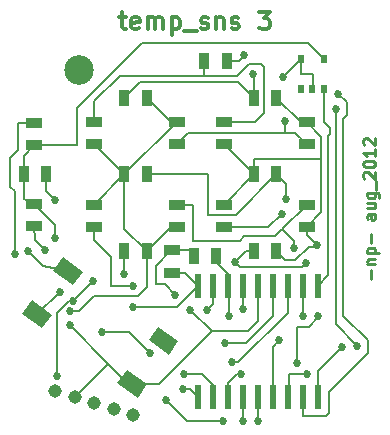
<source format=gtl>
G04 (created by PCBNEW-RS274X (2012-01-19 BZR 3256)-stable) date 8/30/2012 9:43:42 AM*
G01*
G70*
G90*
%MOIN*%
G04 Gerber Fmt 3.4, Leading zero omitted, Abs format*
%FSLAX34Y34*%
G04 APERTURE LIST*
%ADD10C,0.006000*%
%ADD11C,0.009900*%
%ADD12C,0.012000*%
%ADD13R,0.020000X0.030000*%
%ADD14R,0.023600X0.078700*%
%ADD15R,0.055000X0.035000*%
%ADD16R,0.035000X0.055000*%
%ADD17C,0.045000*%
%ADD18C,0.098400*%
%ADD19C,0.027000*%
G04 APERTURE END LIST*
G54D10*
G54D11*
X40915Y-38121D02*
X40915Y-37821D01*
X40803Y-37633D02*
X41065Y-37633D01*
X40840Y-37633D02*
X40822Y-37614D01*
X40803Y-37577D01*
X40803Y-37521D01*
X40822Y-37483D01*
X40859Y-37464D01*
X41065Y-37464D01*
X40803Y-37277D02*
X41197Y-37277D01*
X40822Y-37277D02*
X40803Y-37240D01*
X40803Y-37165D01*
X40822Y-37127D01*
X40840Y-37108D01*
X40878Y-37090D01*
X40990Y-37090D01*
X41028Y-37108D01*
X41047Y-37127D01*
X41065Y-37165D01*
X41065Y-37240D01*
X41047Y-37277D01*
X40915Y-36921D02*
X40915Y-36621D01*
X41065Y-35964D02*
X40859Y-35964D01*
X40822Y-35983D01*
X40803Y-36021D01*
X40803Y-36096D01*
X40822Y-36133D01*
X41047Y-35964D02*
X41065Y-36002D01*
X41065Y-36096D01*
X41047Y-36133D01*
X41009Y-36152D01*
X40972Y-36152D01*
X40934Y-36133D01*
X40915Y-36096D01*
X40915Y-36002D01*
X40897Y-35964D01*
X40803Y-35608D02*
X41065Y-35608D01*
X40803Y-35777D02*
X41009Y-35777D01*
X41047Y-35758D01*
X41065Y-35721D01*
X41065Y-35665D01*
X41047Y-35627D01*
X41028Y-35608D01*
X40803Y-35252D02*
X41122Y-35252D01*
X41159Y-35271D01*
X41178Y-35290D01*
X41197Y-35327D01*
X41197Y-35384D01*
X41178Y-35421D01*
X41047Y-35252D02*
X41065Y-35290D01*
X41065Y-35365D01*
X41047Y-35402D01*
X41028Y-35421D01*
X40990Y-35440D01*
X40878Y-35440D01*
X40840Y-35421D01*
X40822Y-35402D01*
X40803Y-35365D01*
X40803Y-35290D01*
X40822Y-35252D01*
X41103Y-35159D02*
X41103Y-34859D01*
X40709Y-34784D02*
X40690Y-34765D01*
X40671Y-34728D01*
X40671Y-34634D01*
X40690Y-34596D01*
X40709Y-34578D01*
X40747Y-34559D01*
X40784Y-34559D01*
X40840Y-34578D01*
X41065Y-34803D01*
X41065Y-34559D01*
X40671Y-34315D02*
X40671Y-34278D01*
X40690Y-34240D01*
X40709Y-34221D01*
X40747Y-34203D01*
X40822Y-34184D01*
X40915Y-34184D01*
X40990Y-34203D01*
X41028Y-34221D01*
X41047Y-34240D01*
X41065Y-34278D01*
X41065Y-34315D01*
X41047Y-34353D01*
X41028Y-34371D01*
X40990Y-34390D01*
X40915Y-34409D01*
X40822Y-34409D01*
X40747Y-34390D01*
X40709Y-34371D01*
X40690Y-34353D01*
X40671Y-34315D01*
X41065Y-33809D02*
X41065Y-34034D01*
X41065Y-33921D02*
X40671Y-33921D01*
X40728Y-33959D01*
X40765Y-33996D01*
X40784Y-34034D01*
X40709Y-33659D02*
X40690Y-33640D01*
X40671Y-33603D01*
X40671Y-33509D01*
X40690Y-33471D01*
X40709Y-33453D01*
X40747Y-33434D01*
X40784Y-33434D01*
X40840Y-33453D01*
X41065Y-33678D01*
X41065Y-33434D01*
G54D12*
X32536Y-29412D02*
X32765Y-29412D01*
X32622Y-29215D02*
X32622Y-29721D01*
X32650Y-29778D01*
X32708Y-29806D01*
X32765Y-29806D01*
X33193Y-29778D02*
X33136Y-29806D01*
X33022Y-29806D01*
X32965Y-29778D01*
X32936Y-29721D01*
X32936Y-29496D01*
X32965Y-29440D01*
X33022Y-29412D01*
X33136Y-29412D01*
X33193Y-29440D01*
X33222Y-29496D01*
X33222Y-29552D01*
X32936Y-29609D01*
X33479Y-29806D02*
X33479Y-29412D01*
X33479Y-29468D02*
X33507Y-29440D01*
X33565Y-29412D01*
X33650Y-29412D01*
X33707Y-29440D01*
X33736Y-29496D01*
X33736Y-29806D01*
X33736Y-29496D02*
X33765Y-29440D01*
X33822Y-29412D01*
X33907Y-29412D01*
X33965Y-29440D01*
X33993Y-29496D01*
X33993Y-29806D01*
X34279Y-29412D02*
X34279Y-30003D01*
X34279Y-29440D02*
X34336Y-29412D01*
X34450Y-29412D01*
X34507Y-29440D01*
X34536Y-29468D01*
X34565Y-29524D01*
X34565Y-29693D01*
X34536Y-29749D01*
X34507Y-29778D01*
X34450Y-29806D01*
X34336Y-29806D01*
X34279Y-29778D01*
X34679Y-29862D02*
X35136Y-29862D01*
X35250Y-29778D02*
X35307Y-29806D01*
X35422Y-29806D01*
X35479Y-29778D01*
X35507Y-29721D01*
X35507Y-29693D01*
X35479Y-29637D01*
X35422Y-29609D01*
X35336Y-29609D01*
X35279Y-29581D01*
X35250Y-29524D01*
X35250Y-29496D01*
X35279Y-29440D01*
X35336Y-29412D01*
X35422Y-29412D01*
X35479Y-29440D01*
X35765Y-29412D02*
X35765Y-29806D01*
X35765Y-29468D02*
X35793Y-29440D01*
X35851Y-29412D01*
X35936Y-29412D01*
X35993Y-29440D01*
X36022Y-29496D01*
X36022Y-29806D01*
X36279Y-29778D02*
X36336Y-29806D01*
X36451Y-29806D01*
X36508Y-29778D01*
X36536Y-29721D01*
X36536Y-29693D01*
X36508Y-29637D01*
X36451Y-29609D01*
X36365Y-29609D01*
X36308Y-29581D01*
X36279Y-29524D01*
X36279Y-29496D01*
X36308Y-29440D01*
X36365Y-29412D01*
X36451Y-29412D01*
X36508Y-29440D01*
X37194Y-29215D02*
X37565Y-29215D01*
X37365Y-29440D01*
X37451Y-29440D01*
X37508Y-29468D01*
X37537Y-29496D01*
X37565Y-29552D01*
X37565Y-29693D01*
X37537Y-29749D01*
X37508Y-29778D01*
X37451Y-29806D01*
X37279Y-29806D01*
X37222Y-29778D01*
X37194Y-29749D01*
G54D10*
G36*
X30332Y-37856D02*
X30656Y-37411D01*
X31324Y-37896D01*
X31000Y-38341D01*
X30332Y-37856D01*
X30332Y-37856D01*
G37*
G36*
X33518Y-40171D02*
X33842Y-39726D01*
X34510Y-40211D01*
X34186Y-40656D01*
X33518Y-40171D01*
X33518Y-40171D01*
G37*
G36*
X29290Y-39289D02*
X29614Y-38844D01*
X30282Y-39329D01*
X29958Y-39774D01*
X29290Y-39289D01*
X29290Y-39289D01*
G37*
G36*
X32476Y-41604D02*
X32800Y-41159D01*
X33468Y-41644D01*
X33144Y-42089D01*
X32476Y-41604D01*
X32476Y-41604D01*
G37*
G54D13*
X38601Y-31799D03*
X39351Y-31799D03*
X38601Y-30799D03*
X38976Y-31799D03*
X39351Y-30799D03*
G54D14*
X35150Y-42054D03*
X35650Y-42054D03*
X36150Y-42054D03*
X36650Y-42054D03*
X37150Y-42054D03*
X37650Y-42054D03*
X38150Y-42054D03*
X38650Y-42054D03*
X39150Y-42054D03*
X39150Y-38358D03*
X38650Y-38358D03*
X38150Y-38358D03*
X37650Y-38358D03*
X37150Y-38358D03*
X36650Y-38358D03*
X36150Y-38358D03*
X35650Y-38358D03*
X35150Y-38349D03*
G54D15*
X38780Y-33643D03*
X38780Y-32893D03*
G54D16*
X36125Y-30850D03*
X35375Y-30850D03*
G54D15*
X38780Y-35649D03*
X38780Y-36399D03*
X34449Y-33642D03*
X34449Y-32892D03*
X29700Y-32925D03*
X29700Y-33675D03*
X29700Y-36375D03*
X29700Y-35625D03*
G54D16*
X30099Y-34645D03*
X29349Y-34645D03*
G54D15*
X31693Y-32892D03*
X31693Y-33642D03*
X31693Y-36398D03*
X31693Y-35648D03*
G54D16*
X32696Y-32086D03*
X33446Y-32086D03*
X33446Y-34645D03*
X32696Y-34645D03*
X32696Y-37204D03*
X33446Y-37204D03*
G54D15*
X34449Y-35648D03*
X34449Y-36398D03*
X36024Y-32893D03*
X36024Y-33643D03*
X36024Y-36399D03*
X36024Y-35649D03*
G54D16*
X37027Y-32087D03*
X37777Y-32087D03*
X37777Y-34646D03*
X37027Y-34646D03*
X37027Y-37205D03*
X37777Y-37205D03*
G54D17*
X31050Y-42050D03*
X31700Y-42250D03*
X33000Y-42650D03*
X32350Y-42450D03*
X30400Y-41850D03*
G54D18*
X31200Y-31150D03*
G54D15*
X34300Y-37925D03*
X34300Y-37175D03*
G54D16*
X35775Y-37350D03*
X35025Y-37350D03*
G54D19*
X30900Y-39650D03*
X34900Y-39150D03*
X30394Y-36772D03*
X30550Y-38550D03*
X34400Y-38650D03*
X33550Y-40600D03*
X36200Y-39350D03*
X31950Y-39900D03*
X33000Y-39050D03*
X36000Y-42850D03*
X31650Y-38200D03*
X30450Y-41350D03*
X37150Y-42850D03*
X38000Y-31400D03*
X34100Y-42150D03*
X31000Y-38850D03*
X36654Y-39134D03*
X34700Y-41300D03*
X36600Y-41300D03*
X37874Y-40157D03*
X38661Y-39370D03*
X38780Y-41299D03*
X39843Y-31969D03*
X36693Y-30669D03*
X39961Y-40394D03*
X34650Y-41800D03*
X35450Y-39150D03*
X37008Y-31299D03*
X40472Y-40354D03*
X39764Y-32480D03*
X38050Y-32850D03*
X38350Y-37100D03*
X36400Y-37550D03*
X32700Y-37950D03*
X38750Y-37600D03*
X39134Y-37008D03*
X30900Y-39200D03*
X38465Y-40945D03*
X37950Y-35950D03*
X39173Y-39370D03*
X33000Y-38350D03*
X38110Y-35472D03*
X29050Y-37300D03*
X30400Y-35500D03*
X30050Y-37150D03*
X36650Y-42850D03*
X29500Y-37200D03*
X36300Y-40900D03*
X36050Y-40250D03*
G54D10*
X37150Y-39523D02*
X36811Y-39862D01*
X30900Y-39650D02*
X32150Y-40950D01*
X34850Y-37175D02*
X35025Y-37350D01*
X29786Y-39309D02*
X30545Y-38550D01*
X33750Y-37700D02*
X33750Y-38300D01*
X32824Y-41624D02*
X32972Y-41624D01*
X33307Y-30276D02*
X31142Y-32441D01*
X34300Y-37175D02*
X34850Y-37175D01*
X34050Y-38300D02*
X34400Y-38650D01*
X39351Y-30799D02*
X38828Y-30276D01*
X31050Y-42050D02*
X32150Y-40950D01*
X30394Y-36319D02*
X29700Y-35625D01*
X30545Y-38550D02*
X30550Y-38550D01*
X29700Y-33675D02*
X31142Y-33675D01*
X29349Y-34645D02*
X29349Y-34017D01*
X33850Y-41624D02*
X32972Y-41624D01*
X38828Y-30276D02*
X33307Y-30276D01*
X31142Y-32441D02*
X31142Y-33675D01*
X34275Y-37175D02*
X33750Y-37700D01*
X30394Y-36772D02*
X30394Y-36319D01*
X29349Y-34017D02*
X29700Y-33675D01*
X29349Y-34645D02*
X29349Y-35470D01*
X34300Y-37175D02*
X34275Y-37175D01*
X29349Y-35470D02*
X29700Y-35625D01*
X33750Y-38300D02*
X34050Y-38300D01*
X34900Y-39150D02*
X35612Y-39862D01*
X37150Y-38358D02*
X37150Y-39523D01*
X35612Y-39862D02*
X33850Y-41624D01*
X32150Y-40950D02*
X32824Y-41624D01*
X36811Y-39862D02*
X35612Y-39862D01*
X36150Y-37950D02*
X36150Y-38358D01*
X36200Y-38408D02*
X36150Y-38358D01*
X35775Y-37575D02*
X36150Y-37950D01*
X35775Y-37350D02*
X35775Y-37575D01*
X36200Y-39350D02*
X36200Y-38408D01*
X32850Y-39900D02*
X33550Y-40600D01*
X31950Y-39900D02*
X32850Y-39900D01*
X33000Y-39050D02*
X34450Y-39050D01*
X34450Y-39049D02*
X35150Y-38349D01*
X34300Y-37925D02*
X34726Y-37925D01*
X34726Y-37925D02*
X35150Y-38349D01*
X34450Y-39050D02*
X34450Y-39049D01*
X30450Y-39250D02*
X30450Y-41350D01*
X38601Y-31301D02*
X39001Y-31301D01*
X39001Y-31301D02*
X39001Y-31774D01*
X38601Y-30799D02*
X38000Y-31400D01*
X36000Y-42850D02*
X34800Y-42850D01*
X30850Y-38850D02*
X31000Y-38850D01*
X38601Y-30799D02*
X38601Y-31301D01*
X39001Y-31774D02*
X38976Y-31799D01*
X31650Y-38200D02*
X31000Y-38850D01*
X34800Y-42850D02*
X34100Y-42150D01*
X30850Y-38850D02*
X30450Y-39250D01*
X37150Y-42054D02*
X37150Y-42850D01*
X36650Y-39130D02*
X36654Y-39134D01*
X36650Y-38358D02*
X36650Y-39130D01*
X35300Y-41300D02*
X34700Y-41300D01*
X35650Y-41650D02*
X35300Y-41300D01*
X35650Y-42054D02*
X35650Y-41650D01*
X36150Y-42054D02*
X36150Y-41600D01*
X36450Y-41300D02*
X36600Y-41300D01*
X36150Y-41600D02*
X36450Y-41300D01*
X37650Y-40381D02*
X37874Y-40157D01*
X37650Y-42054D02*
X37650Y-40381D01*
X38661Y-39370D02*
X38650Y-39359D01*
X38650Y-39359D02*
X38650Y-38358D01*
X38780Y-41299D02*
X38189Y-41299D01*
X38150Y-42054D02*
X38189Y-42015D01*
X38189Y-41299D02*
X38189Y-42015D01*
X40118Y-32677D02*
X40118Y-32244D01*
X40118Y-32244D02*
X39843Y-31969D01*
X39420Y-42706D02*
X39528Y-42598D01*
X38650Y-42706D02*
X39420Y-42706D01*
X40827Y-40177D02*
X40000Y-39350D01*
X39528Y-41889D02*
X40827Y-40590D01*
X36512Y-30850D02*
X36125Y-30850D01*
X38650Y-42054D02*
X38650Y-42706D01*
X40000Y-32795D02*
X40118Y-32677D01*
X40827Y-40590D02*
X40827Y-40177D01*
X39528Y-42598D02*
X39528Y-41889D01*
X40000Y-39350D02*
X40000Y-32795D01*
X36693Y-30669D02*
X36512Y-30850D01*
X39150Y-42054D02*
X39150Y-41205D01*
X39150Y-41205D02*
X39961Y-40394D01*
X34896Y-41800D02*
X35150Y-42054D01*
X34650Y-41800D02*
X34896Y-41800D01*
X35650Y-38950D02*
X35650Y-38358D01*
X35450Y-39150D02*
X35650Y-38950D01*
X33232Y-31550D02*
X36490Y-31550D01*
X37027Y-31318D02*
X37008Y-31299D01*
X32696Y-32086D02*
X33232Y-31550D01*
X37027Y-31318D02*
X37027Y-32087D01*
X39764Y-39646D02*
X39764Y-32480D01*
X36490Y-31550D02*
X37027Y-32087D01*
X40472Y-40354D02*
X39764Y-39646D01*
X38100Y-33250D02*
X38387Y-33250D01*
X34841Y-33250D02*
X38100Y-33250D01*
X34449Y-33642D02*
X34841Y-33250D01*
X38387Y-33250D02*
X38780Y-33643D01*
X38050Y-33200D02*
X38050Y-32850D01*
X38050Y-33200D02*
X38100Y-33250D01*
X38350Y-36849D02*
X38350Y-37100D01*
X37965Y-36464D02*
X38780Y-35649D01*
X37731Y-36698D02*
X37965Y-36464D01*
X34449Y-35648D02*
X34998Y-35648D01*
X38350Y-36849D02*
X37965Y-36464D01*
X36502Y-36850D02*
X36550Y-36850D01*
X36702Y-36698D02*
X37731Y-36698D01*
X36550Y-36850D02*
X36702Y-36698D01*
X34998Y-36848D02*
X36500Y-36848D01*
X34998Y-35648D02*
X34998Y-36848D01*
X36500Y-36848D02*
X36502Y-36850D01*
X37027Y-37205D02*
X36745Y-37205D01*
X36567Y-37717D02*
X36400Y-37550D01*
X36400Y-37550D02*
X36745Y-37205D01*
X38633Y-37717D02*
X38750Y-37600D01*
X36567Y-37717D02*
X38633Y-37717D01*
X32696Y-37946D02*
X32700Y-37950D01*
X32696Y-37946D02*
X32696Y-37204D01*
X37027Y-34123D02*
X39277Y-34123D01*
X39277Y-34123D02*
X39277Y-34100D01*
X39277Y-33390D02*
X38780Y-32893D01*
X38072Y-37500D02*
X38400Y-37500D01*
X38583Y-32893D02*
X38780Y-32893D01*
X36024Y-35649D02*
X37027Y-34646D01*
X38400Y-37500D02*
X38850Y-37050D01*
X39134Y-37008D02*
X38780Y-36654D01*
X37777Y-37205D02*
X38072Y-37500D01*
X39092Y-37050D02*
X39134Y-37008D01*
X39277Y-35902D02*
X38780Y-36399D01*
X38780Y-36654D02*
X38780Y-36399D01*
X37027Y-34646D02*
X37027Y-34123D01*
X37777Y-32087D02*
X38583Y-32893D01*
X39277Y-34100D02*
X39277Y-33390D01*
X39277Y-34100D02*
X39277Y-35902D01*
X37027Y-34646D02*
X36024Y-33643D01*
X38850Y-37050D02*
X39092Y-37050D01*
X31693Y-33642D02*
X32696Y-34645D01*
X32696Y-34645D02*
X32696Y-36454D01*
X33446Y-38404D02*
X33446Y-37204D01*
X33446Y-37204D02*
X34252Y-36398D01*
X32696Y-36454D02*
X33446Y-37204D01*
X34252Y-32892D02*
X34449Y-32892D01*
X32696Y-34645D02*
X31693Y-35648D01*
X34252Y-36398D02*
X34449Y-36398D01*
X33446Y-32086D02*
X34252Y-32892D01*
X33150Y-38700D02*
X33446Y-38404D01*
X31700Y-38700D02*
X33150Y-38700D01*
X31200Y-39200D02*
X31700Y-38700D01*
X30900Y-39200D02*
X31200Y-39200D01*
X34449Y-32892D02*
X32696Y-34645D01*
X38465Y-39724D02*
X38858Y-39724D01*
X32250Y-38350D02*
X33000Y-38350D01*
X37950Y-35950D02*
X37501Y-36399D01*
X36024Y-36399D02*
X37501Y-36399D01*
X31693Y-36843D02*
X32250Y-37400D01*
X39173Y-39409D02*
X39173Y-39370D01*
X32250Y-37400D02*
X32250Y-38350D01*
X31693Y-36843D02*
X31693Y-36398D01*
X38858Y-39724D02*
X39173Y-39409D01*
X38465Y-40945D02*
X38465Y-39724D01*
X37057Y-32893D02*
X36024Y-32893D01*
X31693Y-32207D02*
X32550Y-31350D01*
X37350Y-32600D02*
X37057Y-32893D01*
X35350Y-30875D02*
X35350Y-31350D01*
X36850Y-30950D02*
X37250Y-30950D01*
X35350Y-31350D02*
X36450Y-31350D01*
X32550Y-31350D02*
X35350Y-31350D01*
X31693Y-32892D02*
X31693Y-32207D01*
X35375Y-30850D02*
X35350Y-30875D01*
X36450Y-31350D02*
X36850Y-30950D01*
X37250Y-30950D02*
X37350Y-31050D01*
X37350Y-31050D02*
X37350Y-32600D01*
X36428Y-35995D02*
X37777Y-34646D01*
X38110Y-34979D02*
X38110Y-35472D01*
X35495Y-35995D02*
X36428Y-35995D01*
X33446Y-34645D02*
X35495Y-34645D01*
X38110Y-34979D02*
X37777Y-34646D01*
X35495Y-34645D02*
X35495Y-35995D01*
X29050Y-35200D02*
X29050Y-37300D01*
X29700Y-32925D02*
X29175Y-32925D01*
X29175Y-32925D02*
X29175Y-33825D01*
X29175Y-33825D02*
X28900Y-34100D01*
X28900Y-35050D02*
X29050Y-35200D01*
X28900Y-34100D02*
X28900Y-35050D01*
X30400Y-35500D02*
X30099Y-35199D01*
X30099Y-34645D02*
X30099Y-35199D01*
X29724Y-36824D02*
X29700Y-36375D01*
X30050Y-37150D02*
X29724Y-36824D01*
X36650Y-42850D02*
X36650Y-42054D01*
X30828Y-37876D02*
X29993Y-37693D01*
X29993Y-37693D02*
X29500Y-37200D01*
X39550Y-33300D02*
X39550Y-33100D01*
X39550Y-33100D02*
X39350Y-32900D01*
X39350Y-32900D02*
X39350Y-31800D01*
X39150Y-38358D02*
X39150Y-38350D01*
X39150Y-38350D02*
X39500Y-38000D01*
X39350Y-31800D02*
X39351Y-31799D01*
X39500Y-38000D02*
X39500Y-33350D01*
X39500Y-33350D02*
X39550Y-33300D01*
X38150Y-39250D02*
X38150Y-38358D01*
X38150Y-39250D02*
X36500Y-40900D01*
X36500Y-40900D02*
X36300Y-40900D01*
X37650Y-39350D02*
X37650Y-38358D01*
X36750Y-40250D02*
X36050Y-40250D01*
X37650Y-39350D02*
X36750Y-40250D01*
M02*

</source>
